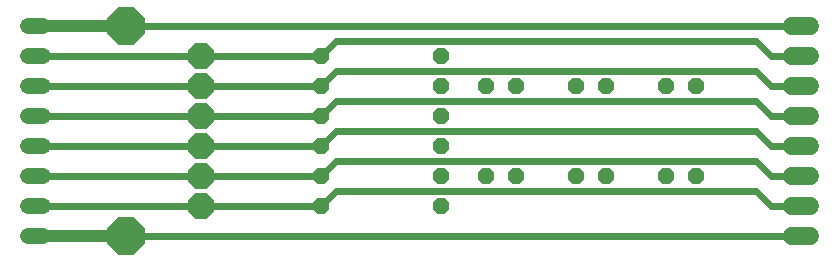
<source format=gbr>
G04 EAGLE Gerber X2 export*
G04 #@! %TF.Part,Single*
G04 #@! %TF.FileFunction,Copper,L2,Bot,Mixed*
G04 #@! %TF.FilePolarity,Positive*
G04 #@! %TF.GenerationSoftware,Autodesk,EAGLE,9.0.0*
G04 #@! %TF.CreationDate,2019-08-08T19:01:50Z*
G75*
%MOMM*%
%FSLAX34Y34*%
%LPD*%
%AMOC8*
5,1,8,0,0,1.08239X$1,22.5*%
G01*
%ADD10C,1.320800*%
%ADD11C,1.524000*%
%ADD12P,3.436588X8X22.500000*%
%ADD13P,2.336880X8X22.500000*%
%ADD14P,1.429621X8X202.500000*%
%ADD15C,1.016000*%
%ADD16C,0.609600*%


D10*
X95504Y203200D02*
X82296Y203200D01*
X82296Y177800D02*
X95504Y177800D01*
X95504Y152400D02*
X82296Y152400D01*
X82296Y127000D02*
X95504Y127000D01*
X95504Y101600D02*
X82296Y101600D01*
X82296Y76200D02*
X95504Y76200D01*
X95504Y50800D02*
X82296Y50800D01*
X82296Y25400D02*
X95504Y25400D01*
D11*
X728980Y25400D02*
X744220Y25400D01*
X744220Y50800D02*
X728980Y50800D01*
X728980Y76200D02*
X744220Y76200D01*
X744220Y101600D02*
X728980Y101600D01*
X728980Y127000D02*
X744220Y127000D01*
X744220Y152400D02*
X728980Y152400D01*
X728980Y177800D02*
X744220Y177800D01*
X744220Y203200D02*
X728980Y203200D01*
D12*
X165100Y203200D03*
X165100Y25400D03*
D13*
X228600Y177800D03*
D14*
X431800Y177800D03*
X330200Y177800D03*
X495300Y152400D03*
X469900Y152400D03*
D13*
X228600Y152400D03*
D14*
X431800Y152400D03*
X330200Y152400D03*
X571500Y152400D03*
X546100Y152400D03*
D13*
X228600Y127000D03*
D14*
X431800Y127000D03*
X330200Y127000D03*
X647700Y152400D03*
X622300Y152400D03*
D13*
X228600Y101600D03*
D14*
X431800Y101600D03*
X330200Y101600D03*
X495300Y76200D03*
X469900Y76200D03*
D13*
X228600Y76200D03*
D14*
X431800Y76200D03*
X330200Y76200D03*
X571500Y76200D03*
X546100Y76200D03*
D13*
X228600Y50800D03*
D14*
X431800Y50800D03*
X330200Y50800D03*
X647700Y76200D03*
X622300Y76200D03*
D15*
X165100Y203200D02*
X88900Y203200D01*
D16*
X165100Y203200D02*
X736600Y203200D01*
D15*
X165100Y25400D02*
X88900Y25400D01*
D16*
X165100Y25400D02*
X736600Y25400D01*
X228600Y177800D02*
X88900Y177800D01*
X228600Y177800D02*
X330200Y177800D01*
X342900Y190500D01*
X698500Y190500D01*
X711200Y177800D01*
X736600Y177800D01*
X228600Y152400D02*
X88900Y152400D01*
X228600Y152400D02*
X330200Y152400D01*
X342900Y165100D01*
X698500Y165100D01*
X711200Y152400D01*
X736600Y152400D01*
X228600Y127000D02*
X88900Y127000D01*
X228600Y127000D02*
X330200Y127000D01*
X342900Y139700D01*
X698500Y139700D01*
X711200Y127000D01*
X736600Y127000D01*
X228600Y101600D02*
X88900Y101600D01*
X228600Y101600D02*
X330200Y101600D01*
X342900Y114300D01*
X698500Y114300D01*
X711200Y101600D01*
X736600Y101600D01*
X228600Y76200D02*
X88900Y76200D01*
X228600Y76200D02*
X330200Y76200D01*
X342900Y88900D01*
X698500Y88900D01*
X711200Y76200D01*
X736600Y76200D01*
X228600Y50800D02*
X88900Y50800D01*
X228600Y50800D02*
X330200Y50800D01*
X342900Y63500D01*
X698500Y63500D01*
X711200Y50800D01*
X736600Y50800D01*
M02*

</source>
